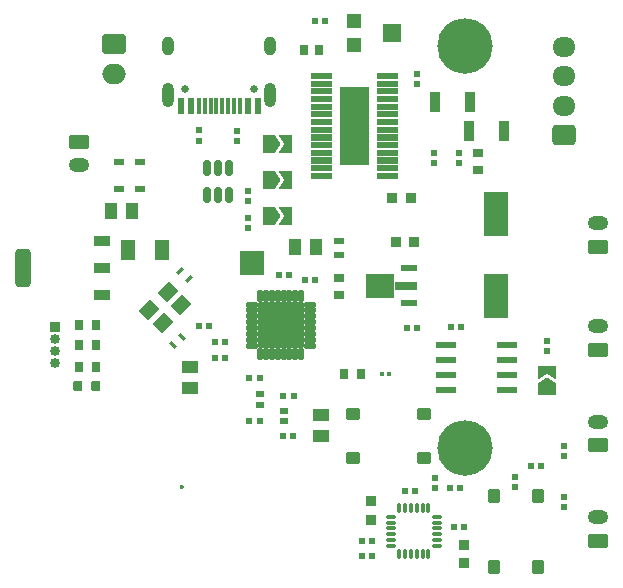
<source format=gbr>
%TF.GenerationSoftware,KiCad,Pcbnew,(6.0.7)*%
%TF.CreationDate,2023-08-26T21:57:55+08:00*%
%TF.ProjectId,ESP32_C3_motor_driver_V4,45535033-325f-4433-935f-6d6f746f725f,rev?*%
%TF.SameCoordinates,PX5ae29a0PY2d4cae0*%
%TF.FileFunction,Soldermask,Top*%
%TF.FilePolarity,Negative*%
%FSLAX46Y46*%
G04 Gerber Fmt 4.6, Leading zero omitted, Abs format (unit mm)*
G04 Created by KiCad (PCBNEW (6.0.7)) date 2023-08-26 21:57:55*
%MOMM*%
%LPD*%
G01*
G04 APERTURE LIST*
G04 Aperture macros list*
%AMRoundRect*
0 Rectangle with rounded corners*
0 $1 Rounding radius*
0 $2 $3 $4 $5 $6 $7 $8 $9 X,Y pos of 4 corners*
0 Add a 4 corners polygon primitive as box body*
4,1,4,$2,$3,$4,$5,$6,$7,$8,$9,$2,$3,0*
0 Add four circle primitives for the rounded corners*
1,1,$1+$1,$2,$3*
1,1,$1+$1,$4,$5*
1,1,$1+$1,$6,$7*
1,1,$1+$1,$8,$9*
0 Add four rect primitives between the rounded corners*
20,1,$1+$1,$2,$3,$4,$5,0*
20,1,$1+$1,$4,$5,$6,$7,0*
20,1,$1+$1,$6,$7,$8,$9,0*
20,1,$1+$1,$8,$9,$2,$3,0*%
%AMRotRect*
0 Rectangle, with rotation*
0 The origin of the aperture is its center*
0 $1 length*
0 $2 width*
0 $3 Rotation angle, in degrees counterclockwise*
0 Add horizontal line*
21,1,$1,$2,0,0,$3*%
%AMFreePoly0*
4,1,6,1.000000,0.000000,0.500000,-0.750000,-0.500000,-0.750000,-0.500000,0.750000,0.500000,0.750000,1.000000,0.000000,1.000000,0.000000,$1*%
%AMFreePoly1*
4,1,6,0.500000,-0.750000,-0.650000,-0.750000,-0.150000,0.000000,-0.650000,0.750000,0.500000,0.750000,0.500000,-0.750000,0.500000,-0.750000,$1*%
G04 Aperture macros list end*
%ADD10C,0.010000*%
%ADD11R,0.700000X0.900000*%
%ADD12C,4.700000*%
%ADD13RotRect,0.600000X0.350000X225.000000*%
%ADD14RotRect,1.400000X1.150000X225.000000*%
%ADD15RoundRect,0.129000X0.378000X-0.108000X0.378000X0.108000X-0.378000X0.108000X-0.378000X-0.108000X0*%
%ADD16RoundRect,0.110100X0.126900X-0.396900X0.126900X0.396900X-0.126900X0.396900X-0.126900X-0.396900X0*%
%ADD17RoundRect,0.102000X1.850000X-1.850000X1.850000X1.850000X-1.850000X1.850000X-1.850000X-1.850000X0*%
%ADD18R,2.000000X2.000000*%
%ADD19FreePoly0,0.000000*%
%ADD20FreePoly1,0.000000*%
%ADD21R,0.830000X0.630000*%
%ADD22R,0.600000X0.540000*%
%ADD23R,0.540000X0.600000*%
%ADD24R,1.420000X1.080000*%
%ADD25R,2.108200X3.810000*%
%ADD26RoundRect,0.250000X0.725000X-0.600000X0.725000X0.600000X-0.725000X0.600000X-0.725000X-0.600000X0*%
%ADD27O,1.950000X1.700000*%
%ADD28RoundRect,0.102000X-0.375000X0.500000X-0.375000X-0.500000X0.375000X-0.500000X0.375000X0.500000X0*%
%ADD29RoundRect,0.083820X-0.297180X-0.360680X0.297180X-0.360680X0.297180X0.360680X-0.297180X0.360680X0*%
%ADD30RoundRect,0.102000X-0.500000X-0.375000X0.500000X-0.375000X0.500000X0.375000X-0.500000X0.375000X0*%
%ADD31RoundRect,0.250000X-0.625000X0.350000X-0.625000X-0.350000X0.625000X-0.350000X0.625000X0.350000X0*%
%ADD32O,1.750000X1.200000*%
%ADD33R,0.900000X0.650000*%
%ADD34RoundRect,0.250000X0.625000X-0.350000X0.625000X0.350000X-0.625000X0.350000X-0.625000X-0.350000X0*%
%ADD35R,0.890000X0.930000*%
%ADD36RoundRect,0.150000X0.150000X-0.512500X0.150000X0.512500X-0.150000X0.512500X-0.150000X-0.512500X0*%
%ADD37RoundRect,0.041300X-0.833700X-0.253700X0.833700X-0.253700X0.833700X0.253700X-0.833700X0.253700X0*%
%ADD38R,0.970000X1.730000*%
%ADD39R,0.900000X0.550000*%
%ADD40RoundRect,0.250000X-0.750000X0.600000X-0.750000X-0.600000X0.750000X-0.600000X0.750000X0.600000X0*%
%ADD41O,2.000000X1.700000*%
%ADD42R,0.410000X0.420000*%
%ADD43R,0.930000X0.890000*%
%ADD44R,0.650000X0.900000*%
%ADD45R,1.400000X0.570000*%
%ADD46R,1.900000X0.650000*%
%ADD47R,2.450000X2.000000*%
%ADD48R,1.080000X1.420000*%
%ADD49RoundRect,0.075000X0.075000X-0.350000X0.075000X0.350000X-0.075000X0.350000X-0.075000X-0.350000X0*%
%ADD50RoundRect,0.075000X0.350000X0.075000X-0.350000X0.075000X-0.350000X-0.075000X0.350000X-0.075000X0*%
%ADD51R,0.730000X0.510000*%
%ADD52C,0.360000*%
%ADD53C,0.650000*%
%ADD54R,0.600000X1.450000*%
%ADD55R,0.300000X1.450000*%
%ADD56O,1.000000X1.600000*%
%ADD57O,1.000000X2.100000*%
%ADD58R,0.870000X0.930000*%
%ADD59R,0.850000X0.850000*%
%ADD60O,0.850000X0.850000*%
%ADD61R,0.930000X0.870000*%
%ADD62RoundRect,0.065100X0.589900X0.399900X-0.589900X0.399900X-0.589900X-0.399900X0.589900X-0.399900X0*%
%ADD63RoundRect,0.314400X0.340600X1.305600X-0.340600X1.305600X-0.340600X-1.305600X0.340600X-1.305600X0*%
%ADD64FreePoly0,90.000000*%
%ADD65FreePoly1,90.000000*%
%ADD66R,1.250000X1.820000*%
%ADD67R,1.200000X1.200000*%
%ADD68R,1.500000X1.600000*%
%ADD69RotRect,0.600000X0.350000X315.000000*%
G04 APERTURE END LIST*
%TO.C,U4*%
G36*
X33970000Y-9465000D02*
G01*
X32230000Y-9465000D01*
X32230000Y-9025000D01*
X33970000Y-9025000D01*
X33970000Y-9465000D01*
G37*
D10*
X33970000Y-9465000D02*
X32230000Y-9465000D01*
X32230000Y-9025000D01*
X33970000Y-9025000D01*
X33970000Y-9465000D01*
G36*
X33970000Y-12065000D02*
G01*
X32230000Y-12065000D01*
X32230000Y-11625000D01*
X33970000Y-11625000D01*
X33970000Y-12065000D01*
G37*
X33970000Y-12065000D02*
X32230000Y-12065000D01*
X32230000Y-11625000D01*
X33970000Y-11625000D01*
X33970000Y-12065000D01*
G36*
X33970000Y-11415000D02*
G01*
X32230000Y-11415000D01*
X32230000Y-10975000D01*
X33970000Y-10975000D01*
X33970000Y-11415000D01*
G37*
X33970000Y-11415000D02*
X32230000Y-11415000D01*
X32230000Y-10975000D01*
X33970000Y-10975000D01*
X33970000Y-11415000D01*
G36*
X28370000Y-7515000D02*
G01*
X26630000Y-7515000D01*
X26630000Y-7075000D01*
X28370000Y-7075000D01*
X28370000Y-7515000D01*
G37*
X28370000Y-7515000D02*
X26630000Y-7515000D01*
X26630000Y-7075000D01*
X28370000Y-7075000D01*
X28370000Y-7515000D01*
G36*
X33970000Y-12715000D02*
G01*
X32230000Y-12715000D01*
X32230000Y-12275000D01*
X33970000Y-12275000D01*
X33970000Y-12715000D01*
G37*
X33970000Y-12715000D02*
X32230000Y-12715000D01*
X32230000Y-12275000D01*
X33970000Y-12275000D01*
X33970000Y-12715000D01*
G36*
X33970000Y-14665000D02*
G01*
X32230000Y-14665000D01*
X32230000Y-14225000D01*
X33970000Y-14225000D01*
X33970000Y-14665000D01*
G37*
X33970000Y-14665000D02*
X32230000Y-14665000D01*
X32230000Y-14225000D01*
X33970000Y-14225000D01*
X33970000Y-14665000D01*
G36*
X33970000Y-10765000D02*
G01*
X32230000Y-10765000D01*
X32230000Y-10325000D01*
X33970000Y-10325000D01*
X33970000Y-10765000D01*
G37*
X33970000Y-10765000D02*
X32230000Y-10765000D01*
X32230000Y-10325000D01*
X33970000Y-10325000D01*
X33970000Y-10765000D01*
G36*
X28370000Y-14665000D02*
G01*
X26630000Y-14665000D01*
X26630000Y-14225000D01*
X28370000Y-14225000D01*
X28370000Y-14665000D01*
G37*
X28370000Y-14665000D02*
X26630000Y-14665000D01*
X26630000Y-14225000D01*
X28370000Y-14225000D01*
X28370000Y-14665000D01*
G36*
X28370000Y-6865000D02*
G01*
X26630000Y-6865000D01*
X26630000Y-6425000D01*
X28370000Y-6425000D01*
X28370000Y-6865000D01*
G37*
X28370000Y-6865000D02*
X26630000Y-6865000D01*
X26630000Y-6425000D01*
X28370000Y-6425000D01*
X28370000Y-6865000D01*
G36*
X28370000Y-6215000D02*
G01*
X26630000Y-6215000D01*
X26630000Y-5775000D01*
X28370000Y-5775000D01*
X28370000Y-6215000D01*
G37*
X28370000Y-6215000D02*
X26630000Y-6215000D01*
X26630000Y-5775000D01*
X28370000Y-5775000D01*
X28370000Y-6215000D01*
G36*
X28370000Y-10115000D02*
G01*
X26630000Y-10115000D01*
X26630000Y-9675000D01*
X28370000Y-9675000D01*
X28370000Y-10115000D01*
G37*
X28370000Y-10115000D02*
X26630000Y-10115000D01*
X26630000Y-9675000D01*
X28370000Y-9675000D01*
X28370000Y-10115000D01*
G36*
X33970000Y-6865000D02*
G01*
X32230000Y-6865000D01*
X32230000Y-6425000D01*
X33970000Y-6425000D01*
X33970000Y-6865000D01*
G37*
X33970000Y-6865000D02*
X32230000Y-6865000D01*
X32230000Y-6425000D01*
X33970000Y-6425000D01*
X33970000Y-6865000D01*
G36*
X28370000Y-12065000D02*
G01*
X26630000Y-12065000D01*
X26630000Y-11625000D01*
X28370000Y-11625000D01*
X28370000Y-12065000D01*
G37*
X28370000Y-12065000D02*
X26630000Y-12065000D01*
X26630000Y-11625000D01*
X28370000Y-11625000D01*
X28370000Y-12065000D01*
G36*
X33970000Y-8815000D02*
G01*
X32230000Y-8815000D01*
X32230000Y-8375000D01*
X33970000Y-8375000D01*
X33970000Y-8815000D01*
G37*
X33970000Y-8815000D02*
X32230000Y-8815000D01*
X32230000Y-8375000D01*
X33970000Y-8375000D01*
X33970000Y-8815000D01*
G36*
X28370000Y-9465000D02*
G01*
X26630000Y-9465000D01*
X26630000Y-9025000D01*
X28370000Y-9025000D01*
X28370000Y-9465000D01*
G37*
X28370000Y-9465000D02*
X26630000Y-9465000D01*
X26630000Y-9025000D01*
X28370000Y-9025000D01*
X28370000Y-9465000D01*
G36*
X33970000Y-13365000D02*
G01*
X32230000Y-13365000D01*
X32230000Y-12925000D01*
X33970000Y-12925000D01*
X33970000Y-13365000D01*
G37*
X33970000Y-13365000D02*
X32230000Y-13365000D01*
X32230000Y-12925000D01*
X33970000Y-12925000D01*
X33970000Y-13365000D01*
G36*
X28370000Y-8165000D02*
G01*
X26630000Y-8165000D01*
X26630000Y-7725000D01*
X28370000Y-7725000D01*
X28370000Y-8165000D01*
G37*
X28370000Y-8165000D02*
X26630000Y-8165000D01*
X26630000Y-7725000D01*
X28370000Y-7725000D01*
X28370000Y-8165000D01*
G36*
X33970000Y-10115000D02*
G01*
X32230000Y-10115000D01*
X32230000Y-9675000D01*
X33970000Y-9675000D01*
X33970000Y-10115000D01*
G37*
X33970000Y-10115000D02*
X32230000Y-10115000D01*
X32230000Y-9675000D01*
X33970000Y-9675000D01*
X33970000Y-10115000D01*
G36*
X28370000Y-12715000D02*
G01*
X26630000Y-12715000D01*
X26630000Y-12275000D01*
X28370000Y-12275000D01*
X28370000Y-12715000D01*
G37*
X28370000Y-12715000D02*
X26630000Y-12715000D01*
X26630000Y-12275000D01*
X28370000Y-12275000D01*
X28370000Y-12715000D01*
G36*
X33970000Y-7515000D02*
G01*
X32230000Y-7515000D01*
X32230000Y-7075000D01*
X33970000Y-7075000D01*
X33970000Y-7515000D01*
G37*
X33970000Y-7515000D02*
X32230000Y-7515000D01*
X32230000Y-7075000D01*
X33970000Y-7075000D01*
X33970000Y-7515000D01*
G36*
X28370000Y-10765000D02*
G01*
X26630000Y-10765000D01*
X26630000Y-10325000D01*
X28370000Y-10325000D01*
X28370000Y-10765000D01*
G37*
X28370000Y-10765000D02*
X26630000Y-10765000D01*
X26630000Y-10325000D01*
X28370000Y-10325000D01*
X28370000Y-10765000D01*
G36*
X28370000Y-8815000D02*
G01*
X26630000Y-8815000D01*
X26630000Y-8375000D01*
X28370000Y-8375000D01*
X28370000Y-8815000D01*
G37*
X28370000Y-8815000D02*
X26630000Y-8815000D01*
X26630000Y-8375000D01*
X28370000Y-8375000D01*
X28370000Y-8815000D01*
G36*
X28370000Y-13365000D02*
G01*
X26630000Y-13365000D01*
X26630000Y-12925000D01*
X28370000Y-12925000D01*
X28370000Y-13365000D01*
G37*
X28370000Y-13365000D02*
X26630000Y-13365000D01*
X26630000Y-12925000D01*
X28370000Y-12925000D01*
X28370000Y-13365000D01*
G36*
X33970000Y-14015000D02*
G01*
X32230000Y-14015000D01*
X32230000Y-13575000D01*
X33970000Y-13575000D01*
X33970000Y-14015000D01*
G37*
X33970000Y-14015000D02*
X32230000Y-14015000D01*
X32230000Y-13575000D01*
X33970000Y-13575000D01*
X33970000Y-14015000D01*
G36*
X28370000Y-14015000D02*
G01*
X26630000Y-14015000D01*
X26630000Y-13575000D01*
X28370000Y-13575000D01*
X28370000Y-14015000D01*
G37*
X28370000Y-14015000D02*
X26630000Y-14015000D01*
X26630000Y-13575000D01*
X28370000Y-13575000D01*
X28370000Y-14015000D01*
G36*
X33970000Y-8165000D02*
G01*
X32230000Y-8165000D01*
X32230000Y-7725000D01*
X33970000Y-7725000D01*
X33970000Y-8165000D01*
G37*
X33970000Y-8165000D02*
X32230000Y-8165000D01*
X32230000Y-7725000D01*
X33970000Y-7725000D01*
X33970000Y-8165000D01*
G36*
X33970000Y-6215000D02*
G01*
X32230000Y-6215000D01*
X32230000Y-5775000D01*
X33970000Y-5775000D01*
X33970000Y-6215000D01*
G37*
X33970000Y-6215000D02*
X32230000Y-6215000D01*
X32230000Y-5775000D01*
X33970000Y-5775000D01*
X33970000Y-6215000D01*
G36*
X31500000Y-13450000D02*
G01*
X29100000Y-13450000D01*
X29100000Y-6990000D01*
X31500000Y-6990000D01*
X31500000Y-13450000D01*
G37*
X31500000Y-13450000D02*
X29100000Y-13450000D01*
X29100000Y-6990000D01*
X31500000Y-6990000D01*
X31500000Y-13450000D01*
G36*
X28370000Y-11415000D02*
G01*
X26630000Y-11415000D01*
X26630000Y-10975000D01*
X28370000Y-10975000D01*
X28370000Y-11415000D01*
G37*
X28370000Y-11415000D02*
X26630000Y-11415000D01*
X26630000Y-10975000D01*
X28370000Y-10975000D01*
X28370000Y-11415000D01*
%TD*%
D11*
%TO.C,C16*%
X26050000Y-3800000D03*
X27350000Y-3800000D03*
%TD*%
D12*
%TO.C,REF\u002A\u002A*%
X39700000Y-37500000D03*
%TD*%
%TO.C,REF\u002A\u002A*%
X39700000Y-3500000D03*
%TD*%
D13*
%TO.C,C27*%
X16301231Y-23261231D03*
X15558769Y-22518769D03*
%TD*%
D14*
%TO.C,Y1*%
X14532132Y-24306497D03*
X12976497Y-25862132D03*
X14107868Y-26993503D03*
X15663503Y-25437868D03*
%TD*%
D15*
%TO.C,U6*%
X26530000Y-28890000D03*
X26530000Y-28390000D03*
X26530000Y-27890000D03*
X26530000Y-27390000D03*
X26530000Y-26890000D03*
X26530000Y-26390000D03*
X26530000Y-25890000D03*
X26530000Y-25390000D03*
X21630000Y-25390000D03*
X21630000Y-25890000D03*
X21630000Y-26390000D03*
X21630000Y-26890000D03*
X21630000Y-27390000D03*
X21630000Y-27890000D03*
X21630000Y-28390000D03*
X21630000Y-28890000D03*
D16*
X22330000Y-29590000D03*
X22830000Y-29590000D03*
X23330000Y-29590000D03*
X23830000Y-29590000D03*
X24330000Y-29590000D03*
X24830000Y-29590000D03*
X25330000Y-29590000D03*
X25830000Y-29590000D03*
X25830000Y-24690000D03*
X25330000Y-24690000D03*
X24830000Y-24690000D03*
X24330000Y-24690000D03*
X23830000Y-24690000D03*
X23330000Y-24690000D03*
X22830000Y-24690000D03*
X22330000Y-24690000D03*
D17*
X24080000Y-27140000D03*
%TD*%
D18*
%TO.C,TP1*%
X21620000Y-21910000D03*
%TD*%
D19*
%TO.C,JP2*%
X23075000Y-11790000D03*
D20*
X24525000Y-11790000D03*
%TD*%
D21*
%TO.C,D2*%
X10400000Y-13300000D03*
X10400000Y-15600000D03*
%TD*%
D22*
%TO.C,R16*%
X48100000Y-41668000D03*
X48100000Y-42532000D03*
%TD*%
D23*
%TO.C,C30*%
X45268000Y-39100000D03*
X46132000Y-39100000D03*
%TD*%
%TO.C,C10*%
X22292000Y-31590000D03*
X21428000Y-31590000D03*
%TD*%
D24*
%TO.C,C12*%
X16400000Y-30705000D03*
X16400000Y-32495000D03*
%TD*%
D25*
%TO.C,C21*%
X42300000Y-17745600D03*
X42300000Y-24654400D03*
%TD*%
D26*
%TO.C,J10*%
X48050000Y-11050000D03*
D27*
X48050000Y-8550000D03*
X48050000Y-6050000D03*
X48050000Y-3550000D03*
%TD*%
D28*
%TO.C,S2*%
X45875000Y-41600000D03*
X45875000Y-47600000D03*
X42125000Y-41600000D03*
X42125000Y-47600000D03*
%TD*%
D29*
%TO.C,D3*%
X8462000Y-32300000D03*
X6938000Y-32300000D03*
%TD*%
D30*
%TO.C,S1*%
X30200000Y-34625000D03*
X36200000Y-34625000D03*
X30200000Y-38375000D03*
X36200000Y-38375000D03*
%TD*%
D23*
%TO.C,R23*%
X30968000Y-45400000D03*
X31832000Y-45400000D03*
%TD*%
D22*
%TO.C,C6*%
X21332000Y-16650000D03*
X21332000Y-15786000D03*
%TD*%
D31*
%TO.C,J5*%
X7050000Y-11600000D03*
D32*
X7050000Y-13600000D03*
%TD*%
D33*
%TO.C,R18*%
X29000000Y-24600000D03*
X29000000Y-23150000D03*
%TD*%
D34*
%TO.C,J4*%
X50950000Y-20500000D03*
D32*
X50950000Y-18500000D03*
%TD*%
D23*
%TO.C,R22*%
X30968000Y-46700000D03*
X31832000Y-46700000D03*
%TD*%
%TO.C,C7*%
X22294000Y-35280000D03*
X21430000Y-35280000D03*
%TD*%
%TO.C,C3*%
X35632000Y-27400000D03*
X34768000Y-27400000D03*
%TD*%
%TO.C,C28*%
X38718000Y-44200000D03*
X39582000Y-44200000D03*
%TD*%
D34*
%TO.C,J6*%
X50950000Y-29200000D03*
D32*
X50950000Y-27200000D03*
%TD*%
D35*
%TO.C,C5*%
X33860000Y-20100000D03*
X35400000Y-20100000D03*
%TD*%
D36*
%TO.C,U3*%
X17850000Y-16075000D03*
X18800000Y-16075000D03*
X19750000Y-16075000D03*
X19750000Y-13800000D03*
X18800000Y-13800000D03*
X17850000Y-13800000D03*
%TD*%
D24*
%TO.C,C24*%
X27500000Y-36500000D03*
X27500000Y-34710000D03*
%TD*%
D23*
%TO.C,C22*%
X24308000Y-33090000D03*
X25172000Y-33090000D03*
%TD*%
D22*
%TO.C,R2*%
X20400000Y-10655500D03*
X20400000Y-11519500D03*
%TD*%
%TO.C,R3*%
X17200000Y-10637500D03*
X17200000Y-11501500D03*
%TD*%
%TO.C,R15*%
X37150000Y-40036000D03*
X37150000Y-40900000D03*
%TD*%
D37*
%TO.C,U1*%
X38097500Y-28795000D03*
X38097500Y-30065000D03*
X38097500Y-31335000D03*
X38097500Y-32605000D03*
X43267500Y-32605000D03*
X43267500Y-31335000D03*
X43267500Y-30065000D03*
X43267500Y-28795000D03*
%TD*%
D22*
%TO.C,C19*%
X35600000Y-6700000D03*
X35600000Y-5836000D03*
%TD*%
D23*
%TO.C,C15*%
X19390000Y-28520000D03*
X18526000Y-28520000D03*
%TD*%
D22*
%TO.C,C20*%
X39200000Y-12568000D03*
X39200000Y-13432000D03*
%TD*%
D38*
%TO.C,R12*%
X40020000Y-10700000D03*
X42980000Y-10700000D03*
%TD*%
D39*
%TO.C,D4*%
X29000000Y-19975000D03*
X29000000Y-21225000D03*
%TD*%
D23*
%TO.C,C26*%
X35450000Y-41200000D03*
X34586000Y-41200000D03*
%TD*%
D40*
%TO.C,J1*%
X9950000Y-3350000D03*
D41*
X9950000Y-5850000D03*
%TD*%
D42*
%TO.C,D5*%
X32662000Y-31300000D03*
X33218000Y-31300000D03*
%TD*%
D43*
%TO.C,C29*%
X31700000Y-43600000D03*
X31700000Y-42060000D03*
%TD*%
D34*
%TO.C,J9*%
X50950000Y-45400000D03*
D32*
X50950000Y-43400000D03*
%TD*%
D23*
%TO.C,C13*%
X38386000Y-40900000D03*
X39250000Y-40900000D03*
%TD*%
D44*
%TO.C,R5*%
X8425000Y-30700000D03*
X6975000Y-30700000D03*
%TD*%
D45*
%TO.C,IC1*%
X34944000Y-25300000D03*
D46*
X34694000Y-23800000D03*
D45*
X34944000Y-22300000D03*
D47*
X32519000Y-23800000D03*
%TD*%
D23*
%TO.C,C23*%
X24300000Y-36500000D03*
X25164000Y-36500000D03*
%TD*%
D48*
%TO.C,C8*%
X25300000Y-20500000D03*
X27090000Y-20500000D03*
%TD*%
D49*
%TO.C,U7*%
X34100000Y-46550000D03*
X34600000Y-46550000D03*
X35100000Y-46550000D03*
X35600000Y-46550000D03*
X36100000Y-46550000D03*
X36600000Y-46550000D03*
D50*
X37300000Y-45850000D03*
X37300000Y-45350000D03*
X37300000Y-44850000D03*
X37300000Y-44350000D03*
X37300000Y-43850000D03*
X37300000Y-43350000D03*
D49*
X36600000Y-42650000D03*
X36100000Y-42650000D03*
X35600000Y-42650000D03*
X35100000Y-42650000D03*
X34600000Y-42650000D03*
X34100000Y-42650000D03*
D50*
X33400000Y-43350000D03*
X33400000Y-43850000D03*
X33400000Y-44350000D03*
X33400000Y-44850000D03*
X33400000Y-45350000D03*
X33400000Y-45850000D03*
%TD*%
D51*
%TO.C,L1*%
X22300000Y-33860000D03*
X22300000Y-32940000D03*
%TD*%
D52*
%TO.C,AE1*%
X15700000Y-40795000D03*
%TD*%
D53*
%TO.C,J2*%
X21790000Y-7137500D03*
X16010000Y-7137500D03*
D54*
X22150000Y-8582500D03*
X21350000Y-8582500D03*
D55*
X20150000Y-8582500D03*
X19150000Y-8582500D03*
X18650000Y-8582500D03*
X17650000Y-8582500D03*
D54*
X16450000Y-8582500D03*
X15650000Y-8582500D03*
X15650000Y-8582500D03*
X16450000Y-8582500D03*
D55*
X17150000Y-8582500D03*
X18150000Y-8582500D03*
X19650000Y-8582500D03*
X20650000Y-8582500D03*
D54*
X21350000Y-8582500D03*
X22150000Y-8582500D03*
D56*
X14580000Y-3487500D03*
D57*
X23220000Y-7667500D03*
D56*
X23220000Y-3487500D03*
D57*
X14580000Y-7667500D03*
%TD*%
D58*
%TO.C,C11*%
X33520000Y-16400000D03*
X35080000Y-16400000D03*
%TD*%
D22*
%TO.C,R6*%
X21332000Y-18890000D03*
X21332000Y-18026000D03*
%TD*%
D19*
%TO.C,JP3*%
X23075000Y-14840000D03*
D20*
X24525000Y-14840000D03*
%TD*%
D59*
%TO.C,J3*%
X4990000Y-27300000D03*
D60*
X4990000Y-28300000D03*
X4990000Y-29300000D03*
X4990000Y-30300000D03*
%TD*%
D61*
%TO.C,C25*%
X39625000Y-45740000D03*
X39625000Y-47300000D03*
%TD*%
D44*
%TO.C,R20*%
X8450000Y-27100000D03*
X7000000Y-27100000D03*
%TD*%
%TO.C,R19*%
X8450000Y-28800000D03*
X7000000Y-28800000D03*
%TD*%
D19*
%TO.C,JP4*%
X23105000Y-17870000D03*
D20*
X24555000Y-17870000D03*
%TD*%
D22*
%TO.C,C17*%
X37100000Y-12568000D03*
X37100000Y-13432000D03*
%TD*%
D21*
%TO.C,D1*%
X12200000Y-13300000D03*
X12200000Y-15600000D03*
%TD*%
D22*
%TO.C,R27*%
X43900000Y-39968000D03*
X43900000Y-40832000D03*
%TD*%
D62*
%TO.C,U2*%
X8922500Y-24550000D03*
X8922500Y-22260000D03*
X8922500Y-19970000D03*
D63*
X2232500Y-22260000D03*
%TD*%
D44*
%TO.C,R17*%
X29475000Y-31300000D03*
X30925000Y-31300000D03*
%TD*%
D64*
%TO.C,JP1*%
X46600000Y-32575000D03*
D65*
X46600000Y-31125000D03*
%TD*%
D66*
%TO.C,C4*%
X11200000Y-20760000D03*
X14060000Y-20760000D03*
%TD*%
D23*
%TO.C,C9*%
X24822000Y-22860000D03*
X23958000Y-22860000D03*
%TD*%
D38*
%TO.C,R13*%
X37120000Y-8200000D03*
X40080000Y-8200000D03*
%TD*%
D34*
%TO.C,J8*%
X50950000Y-37300000D03*
D32*
X50950000Y-35300000D03*
%TD*%
D23*
%TO.C,C18*%
X26136000Y-23300000D03*
X27000000Y-23300000D03*
%TD*%
D51*
%TO.C,L2*%
X24390000Y-34360000D03*
X24390000Y-35280000D03*
%TD*%
D23*
%TO.C,R24*%
X18032000Y-27200000D03*
X17168000Y-27200000D03*
%TD*%
D67*
%TO.C,R11*%
X30295335Y-1390000D03*
D68*
X33545335Y-2390000D03*
D67*
X30295335Y-3390000D03*
%TD*%
D69*
%TO.C,C31*%
X15691231Y-28098769D03*
X14948769Y-28841231D03*
%TD*%
D23*
%TO.C,C1*%
X39334500Y-27300000D03*
X38470500Y-27300000D03*
%TD*%
%TO.C,R10*%
X27008000Y-1390000D03*
X27872000Y-1390000D03*
%TD*%
%TO.C,C14*%
X19390000Y-29900000D03*
X18526000Y-29900000D03*
%TD*%
D48*
%TO.C,C2*%
X9710000Y-17500000D03*
X11500000Y-17500000D03*
%TD*%
D22*
%TO.C,R14*%
X48100000Y-38232000D03*
X48100000Y-37368000D03*
%TD*%
D33*
%TO.C,R21*%
X40800000Y-12575000D03*
X40800000Y-14025000D03*
%TD*%
D22*
%TO.C,R4*%
X46600000Y-29332000D03*
X46600000Y-28468000D03*
%TD*%
M02*

</source>
